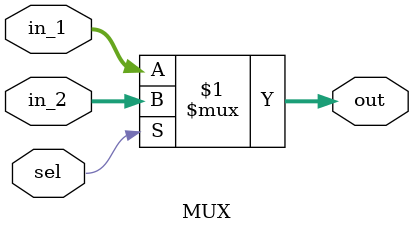
<source format=v>
module MUX(
   
	input	wire [31:0] 	in_1		,
    input 	wire [31:0] 	in_2		,
    input 	wire 			sel 		,

    output wire [31:0] 		out
);

	assign out = (sel) ? in_2 : in_1;

endmodule

</source>
